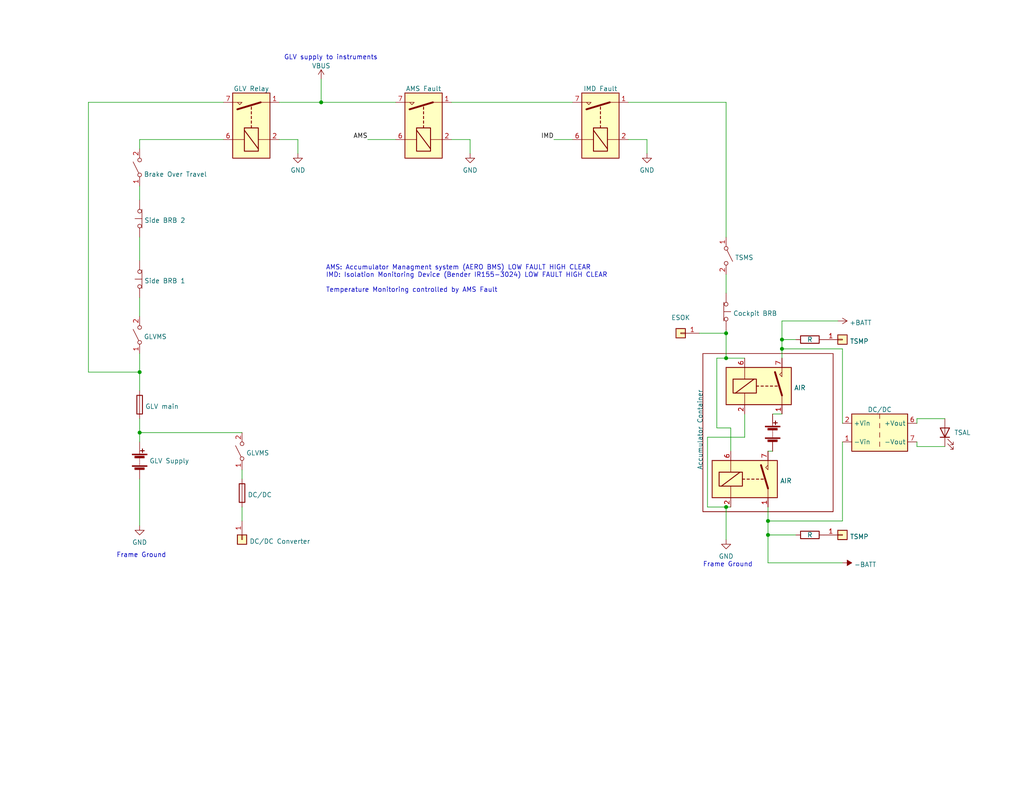
<source format=kicad_sch>
(kicad_sch (version 20230121) (generator eeschema)
  (paper "A")
  (lib_symbols
    (symbol "Connector_Generic:Conn_01x01" (pin_names (offset 1.016) hide)
      (property "Reference" "J" (at 0 2.54 0))
      (property "Value" "Conn_01x01" (at 0 -2.54 0))
      (symbol "Conn_01x01_1_1"
        (rectangle (start -1.27 0.127) (end 0 -0.127) (stroke (width 0.1524)))
        (rectangle (start -1.27 1.27) (end 1.27 -1.27) (stroke (width 0.254)) (fill (type background)))
        (pin passive line (at -5.08 0 0) (length 3.81) (name "Pin_1") (number "1"))
      )
    )
    (symbol "Converter_DCDC:ITX0512SA"
      (property "Reference" "PS" (at -7.62 6.35 0))
      (property "Value" "ITX0512SA" (at 1.27 6.35 0))
      (symbol "ITX0512SA_0_0"
        (pin power_in line (at -10.16 -2.54 0) (length 2.54) (name "-Vin") (number "1"))
        (pin power_in line (at -10.16 2.54 0) (length 2.54) (name "+Vin") (number "2"))
        (pin power_out line (at 10.16 2.54 180) (length 2.54) (name "+Vout") (number "6"))
        (pin power_out line (at 10.16 -2.54 180) (length 2.54) (name "-Vout") (number "7"))
        (pin no_connect line (at 7.62 0 180) (length 2.54) hide (name "NC") (number "8"))
      )
      (symbol "ITX0512SA_0_1"
        (rectangle (start -7.62 5.08) (end 7.62 -5.08) (stroke (width 0.254)) (fill (type background)))
        (polyline (pts (xy 0 -2.54) (xy 0 -3.81)))
        (polyline (pts (xy 0 0) (xy 0 -1.27)))
        (polyline (pts (xy 0 2.54) (xy 0 1.27)))
        (polyline (pts (xy 0 5.08) (xy 0 3.81)))
      )
    )
    (symbol "Device:Battery" (pin_numbers hide) (pin_names (offset 0) hide)
      (property "Reference" "BT" (at 2.54 2.54 0))
      (property "Value" "Battery" (at 2.54 0 0))
      (symbol "Battery_0_1"
        (rectangle (start -2.032 -1.397) (end 2.032 -1.651) (fill (type outline)))
        (rectangle (start -2.032 1.778) (end 2.032 1.524) (fill (type outline)))
        (rectangle (start -1.3208 -1.9812) (end 1.27 -2.4892) (fill (type outline)))
        (rectangle (start -1.3208 1.1938) (end 1.27 0.6858) (fill (type outline)))
        (polyline (pts (xy 0 -1.524) (xy 0 -1.27)))
        (polyline (pts (xy 0 -1.016) (xy 0 -0.762)))
        (polyline (pts (xy 0 -0.508) (xy 0 -0.254)))
        (polyline (pts (xy 0 0) (xy 0 0.254)))
        (polyline (pts (xy 0 0.508) (xy 0 0.762)))
        (polyline (pts (xy 0 1.778) (xy 0 2.54)))
        (polyline (pts (xy 0.254 2.667) (xy 1.27 2.667)) (stroke (width 0.254)))
        (polyline (pts (xy 0.762 3.175) (xy 0.762 2.159)) (stroke (width 0.254)))
      )
      (symbol "Battery_1_1"
        (pin passive line (at 0 5.08 270) (length 2.54) (name "+") (number "1"))
        (pin passive line (at 0 -5.08 90) (length 2.54) (name "-") (number "2"))
      )
    )
    (symbol "Device:Fuse" (pin_numbers hide) (pin_names (offset 0))
      (property "Reference" "F" (at 2.032 0 90))
      (property "Value" "Fuse" (at -1.905 0 90))
      (symbol "Fuse_0_1"
        (rectangle (start -0.762 -2.54) (end 0.762 2.54) (stroke (width 0.254)))
        (polyline (pts (xy 0 2.54) (xy 0 -2.54)))
      )
      (symbol "Fuse_1_1"
        (pin passive line (at 0 3.81 270) (length 1.27) (name "~") (number "1"))
        (pin passive line (at 0 -3.81 90) (length 1.27) (name "~") (number "2"))
      )
    )
    (symbol "Device:LED" (pin_numbers hide) (pin_names (offset 1.016) hide)
      (property "Reference" "D" (at 0 2.54 0))
      (property "Value" "LED" (at 0 -2.54 0))
      (symbol "LED_0_1"
        (polyline (pts (xy -1.27 -1.27) (xy -1.27 1.27)) (stroke (width 0.254)))
        (polyline (pts (xy -1.27 0) (xy 1.27 0)))
        (polyline (pts (xy 1.27 -1.27) (xy 1.27 1.27) (xy -1.27 0) (xy 1.27 -1.27)) (stroke (width 0.254)))
        (polyline (pts (xy -3.048 -0.762) (xy -4.572 -2.286) (xy -3.81 -2.286) (xy -4.572 -2.286) (xy -4.572 -1.524)))
        (polyline (pts (xy -1.778 -0.762) (xy -3.302 -2.286) (xy -2.54 -2.286) (xy -3.302 -2.286) (xy -3.302 -1.524)))
      )
      (symbol "LED_1_1"
        (pin passive line (at -3.81 0 0) (length 2.54) (name "K") (number "1"))
        (pin passive line (at 3.81 0 180) (length 2.54) (name "A") (number "2"))
      )
    )
    (symbol "Device:R" (pin_numbers hide) (pin_names (offset 0))
      (property "Reference" "R" (at 2.032 0 90))
      (property "Value" "R" (at 0 0 90))
      (symbol "R_0_1"
        (rectangle (start -1.016 -2.54) (end 1.016 2.54) (stroke (width 0.254)))
      )
      (symbol "R_1_1"
        (pin passive line (at 0 3.81 270) (length 1.27) (name "~") (number "1"))
        (pin passive line (at 0 -3.81 90) (length 1.27) (name "~") (number "2"))
      )
    )
    (symbol "Relay:DIPxx-1Axx-11x"
      (property "Reference" "K" (at 8.89 3.81 0))
      (property "Value" "DIPxx-1Axx-11x" (at 8.89 1.27 0))
      (symbol "DIPxx-1Axx-11x_0_0"
        (polyline (pts (xy 5.08 5.08) (xy 5.08 2.54) (xy 4.445 3.175) (xy 5.08 3.81)))
      )
      (symbol "DIPxx-1Axx-11x_0_1"
        (rectangle (start -10.16 5.08) (end 7.62 -5.08) (stroke (width 0.254)) (fill (type background)))
        (rectangle (start -8.255 1.905) (end -1.905 -1.905) (stroke (width 0.254)))
        (polyline (pts (xy -7.62 -1.905) (xy -2.54 1.905)) (stroke (width 0.254)))
        (polyline (pts (xy -5.08 -5.08) (xy -5.08 -1.905)))
        (polyline (pts (xy -5.08 5.08) (xy -5.08 1.905)))
        (polyline (pts (xy -1.905 0) (xy -1.27 0)) (stroke (width 0.254)))
        (polyline (pts (xy -0.635 0) (xy 0 0)) (stroke (width 0.254)))
        (polyline (pts (xy 0.635 0) (xy 1.27 0)) (stroke (width 0.254)))
        (polyline (pts (xy 1.905 0) (xy 2.54 0)) (stroke (width 0.254)))
        (polyline (pts (xy 3.175 0) (xy 3.81 0)) (stroke (width 0.254)))
        (polyline (pts (xy 5.08 -2.54) (xy 3.175 3.81)) (stroke (width 0.508)))
        (polyline (pts (xy 5.08 -2.54) (xy 5.08 -5.08)))
      )
      (symbol "DIPxx-1Axx-11x_1_1"
        (pin passive line (at 5.08 -7.62 90) (length 2.54) (name "~") (number "1"))
        (pin passive line (at 5.08 -7.62 90) (length 2.54) hide (name "~") (number "14"))
        (pin passive line (at -5.08 -7.62 90) (length 2.54) (name "~") (number "2"))
        (pin passive line (at -5.08 7.62 270) (length 2.54) (name "~") (number "6"))
        (pin passive line (at 5.08 7.62 270) (length 2.54) (name "~") (number "7"))
        (pin passive line (at 5.08 7.62 270) (length 2.54) hide (name "~") (number "8"))
      )
    )
    (symbol "Switch:SW_Push_Open" (pin_numbers hide) (pin_names (offset 1.016) hide)
      (property "Reference" "SW" (at 0 2.54 0))
      (property "Value" "SW_Push_Open" (at 0 -1.905 0))
      (symbol "SW_Push_Open_0_1"
        (circle (center -2.032 0) (radius 0.508))
        (polyline (pts (xy -2.54 -0.635) (xy 2.54 -0.635)))
        (polyline (pts (xy 0 -0.635) (xy 0 1.27)))
        (circle (center 2.032 0) (radius 0.508))
        (pin passive line (at -5.08 0 0) (length 2.54) (name "A") (number "1"))
      )
      (symbol "SW_Push_Open_1_1"
        (pin passive line (at 5.08 0 180) (length 2.54) (name "B") (number "2"))
      )
    )
    (symbol "Switch:SW_SPST" (pin_names (offset 0) hide)
      (property "Reference" "SW" (at 0 3.175 0))
      (property "Value" "SW_SPST" (at 0 -2.54 0))
      (symbol "SW_SPST_0_0"
        (circle (center -2.032 0) (radius 0.508))
        (polyline (pts (xy -1.524 0.254) (xy 1.524 1.778)))
        (circle (center 2.032 0) (radius 0.508))
      )
      (symbol "SW_SPST_1_1"
        (pin passive line (at -5.08 0 0) (length 2.54) (name "A") (number "1"))
        (pin passive line (at 5.08 0 180) (length 2.54) (name "B") (number "2"))
      )
    )
    (symbol "power:+BATT" (power) (pin_names (offset 0))
      (property "Value" "+BATT" (at 0 3.556 0))
      (symbol "+BATT_0_1"
        (polyline (pts (xy -0.762 1.27) (xy 0 2.54)))
        (polyline (pts (xy 0 0) (xy 0 2.54)))
        (polyline (pts (xy 0 2.54) (xy 0.762 1.27)))
      )
      (symbol "+BATT_1_1"
        (pin power_in line (at 0 0 90) (length 0) hide (name "+BATT") (number "1"))
      )
    )
    (symbol "power:-BATT" (power) (pin_names (offset 0))
      (property "Value" "-BATT" (at 0 3.556 0))
      (symbol "-BATT_0_1"
        (polyline (pts (xy 0 0) (xy 0 2.54)))
        (polyline (pts (xy 0.762 1.27) (xy -0.762 1.27) (xy 0 2.54) (xy 0.762 1.27)) (fill (type outline)))
      )
      (symbol "-BATT_1_1"
        (pin power_in line (at 0 0 90) (length 0) hide (name "-BATT") (number "1"))
      )
    )
    (symbol "power:GND" (power) (pin_names (offset 0))
      (property "Value" "GND" (at 0 -3.81 0))
      (symbol "GND_0_1"
        (polyline (pts (xy 0 0) (xy 0 -1.27) (xy 1.27 -1.27) (xy 0 -2.54) (xy -1.27 -1.27) (xy 0 -1.27)))
      )
      (symbol "GND_1_1"
        (pin power_in line (at 0 0 270) (length 0) hide (name "GND") (number "1"))
      )
    )
    (symbol "power:VBUS" (power) (pin_names (offset 0))
      (property "Value" "VBUS" (at 0 3.81 0))
      (symbol "VBUS_0_1"
        (polyline (pts (xy -0.762 1.27) (xy 0 2.54)))
        (polyline (pts (xy 0 0) (xy 0 2.54)))
        (polyline (pts (xy 0 2.54) (xy 0.762 1.27)))
      )
      (symbol "VBUS_1_1"
        (pin power_in line (at 0 0 90) (length 0) hide (name "VBUS") (number "1"))
      )
    )
  )
  (junction (at 38.1 118.11))
  (junction (at 209.55 146.05))
  (junction (at 213.36 92.71))
  (junction (at 209.55 142.24))
  (junction (at 198.12 90.9828))
  (junction (at 213.36 95.25))
  (junction (at 87.63 27.94))
  (junction (at 198.12 97.79))
  (junction (at 198.12 138.43))
  (junction (at 38.1 101.6))
  (wire (pts (xy 76.2 38.1) (xy 81.28 38.1)))
  (wire (pts (xy 250.19 121.92) (xy 257.81 121.92)))
  (wire (pts (xy 171.45 27.94) (xy 198.12 27.94)))
  (wire (pts (xy 38.1 38.1) (xy 38.1 40.64)))
  (wire (pts (xy 195.58 116.84) (xy 195.58 97.79)))
  (wire (pts (xy 199.39 116.84) (xy 195.58 116.84)))
  (wire (pts (xy 250.19 115.57) (xy 250.19 114.3)))
  (wire (pts (xy 38.1 114.3) (xy 38.1 118.11)))
  (wire (pts (xy 213.36 92.71) (xy 217.17 92.71)))
  (wire (pts (xy 198.12 138.43) (xy 198.12 147.32)))
  (wire (pts (xy 199.39 123.19) (xy 199.39 116.84)))
  (wire (pts (xy 250.19 114.3) (xy 257.81 114.3)))
  (wire (pts (xy 250.19 120.65) (xy 250.19 121.92)))
  (wire (pts (xy 198.12 138.43) (xy 199.39 138.43)))
  (wire (pts (xy 87.63 21.59) (xy 87.63 27.94)))
  (wire (pts (xy 123.19 38.1) (xy 128.27 38.1)))
  (wire (pts (xy 229.87 153.67) (xy 209.55 153.67)))
  (wire (pts (xy 213.36 95.25) (xy 213.36 97.79)))
  (wire (pts (xy 81.28 38.1) (xy 81.28 41.91)))
  (wire (pts (xy 38.1 130.81) (xy 38.1 143.51)))
  (wire (pts (xy 209.55 138.43) (xy 209.55 142.24)))
  (wire (pts (xy 209.55 153.67) (xy 209.55 146.05)))
  (wire (pts (xy 209.55 146.05) (xy 217.17 146.05)))
  (wire (pts (xy 38.1 50.8) (xy 38.1 54.61)))
  (wire (pts (xy 203.2 113.03) (xy 203.2 119.38)))
  (wire (pts (xy 193.04 119.38) (xy 193.04 138.43)))
  (wire (pts (xy 123.19 27.94) (xy 156.21 27.94)))
  (wire (pts (xy 60.96 38.1) (xy 38.1 38.1)))
  (wire (pts (xy 228.6 87.63) (xy 213.36 87.63)))
  (wire (pts (xy 198.12 90.9828) (xy 198.12 97.79)))
  (wire (pts (xy 229.87 115.57) (xy 229.87 95.25)))
  (wire (pts (xy 100.33 38.1) (xy 107.95 38.1)))
  (wire (pts (xy 151.13 38.1) (xy 156.21 38.1)))
  (wire (pts (xy 198.12 27.94) (xy 198.12 64.77)))
  (wire (pts (xy 193.04 138.43) (xy 198.12 138.43)))
  (wire (pts (xy 190.8048 90.9828) (xy 198.12 90.9828)))
  (wire (pts (xy 66.04 118.11) (xy 38.1 118.11)))
  (wire (pts (xy 38.1 64.77) (xy 38.1 71.12)))
  (wire (pts (xy 66.04 128.27) (xy 66.04 130.81)))
  (wire (pts (xy 210.82 113.03) (xy 213.36 113.03)))
  (wire (pts (xy 198.12 97.79) (xy 203.2 97.79)))
  (wire (pts (xy 176.53 38.1) (xy 176.53 41.91)))
  (wire (pts (xy 24.13 27.94) (xy 24.13 101.6)))
  (wire (pts (xy 38.1 81.28) (xy 38.1 86.36)))
  (wire (pts (xy 213.36 95.25) (xy 213.36 92.71)))
  (wire (pts (xy 229.87 95.25) (xy 213.36 95.25)))
  (wire (pts (xy 87.63 27.94) (xy 107.95 27.94)))
  (wire (pts (xy 198.12 90.17) (xy 198.12 90.9828)))
  (wire (pts (xy 38.1 118.11) (xy 38.1 120.65)))
  (wire (pts (xy 229.87 120.65) (xy 229.87 142.24)))
  (wire (pts (xy 198.12 74.93) (xy 198.12 80.01)))
  (wire (pts (xy 203.2 119.38) (xy 193.04 119.38)))
  (wire (pts (xy 24.13 101.6) (xy 38.1 101.6)))
  (wire (pts (xy 128.27 38.1) (xy 128.27 41.91)))
  (wire (pts (xy 213.36 87.63) (xy 213.36 92.71)))
  (wire (pts (xy 76.2 27.94) (xy 87.63 27.94)))
  (wire (pts (xy 171.45 38.1) (xy 176.53 38.1)))
  (wire (pts (xy 38.1 96.52) (xy 38.1 101.6)))
  (wire (pts (xy 195.58 97.79) (xy 198.12 97.79)))
  (wire (pts (xy 38.1 101.6) (xy 38.1 106.68)))
  (wire (pts (xy 209.55 123.19) (xy 210.82 123.19)))
  (wire (pts (xy 229.87 142.24) (xy 209.55 142.24)))
  (wire (pts (xy 24.13 27.94) (xy 60.96 27.94)))
  (wire (pts (xy 209.55 142.24) (xy 209.55 146.05)))
  (wire (pts (xy 66.04 138.43) (xy 66.04 142.24)))
  (text "Frame Ground\n" (at 31.75 152.4 0) (effects (font (size 1.27 1.27)) (justify left bottom)))
  (text "AMS: Accumulator Managment system (AERO BMS) LOW FAULT HIGH CLEAR\nIMD: Isolation Monitoring Device (Bender IR155-3024) LOW FAULT HIGH CLEAR\n\nTemperature Monitoring controlled by AMS Fault\n" (at 88.9 80.01 0) (effects (font (size 1.27 1.27)) (justify left bottom)))
  (text "GLV supply to instruments\n" (at 77.47 16.51 0) (effects (font (size 1.27 1.27)) (justify left bottom)))
  (text "Frame Ground\n" (at 191.77 154.94 0) (effects (font (size 1.27 1.27)) (justify left bottom)))
  (label "IMD" (at 151.13 38.1 180))
  (label "AMS" (at 100.33 38.1 180))
  (symbol (lib_id "power:-BATT") (at 229.87 153.67 270) (unit 1)
    (property "Reference" "#PWR?" (effects hide))
    (property "Value" "-BATT" (at 233.045 154.149 90) (effects (justify left)))
  )
  (symbol (lib_id "Relay:DIPxx-1Axx-11x") (at 204.47 130.81 0) (unit 1)
    (property "Reference" "K?" (effects hide))
    (property "Value" "AIR" (at 212.852 131.289 0) (effects (justify left)))
    (property "Footprint" "Relay_THT:Relay_StandexMeder_DIP_LowProfile" (effects hide))
    (property "Datasheet" "https://standexelectronics.com/wp-content/uploads/datasheet_reed_relay_DIP.pdf" (effects hide))
  )
  (symbol (lib_id "Device:Battery") (at 38.1 125.73 0) (unit 1)
    (property "Reference" "BT?" (effects hide))
    (property "Value" "GLV Supply" (at 40.767 125.828 0) (effects (justify left)))
  )
  (symbol (lib_id "power:GND") (at 81.28 41.91 0) (unit 1)
    (property "Reference" "#PWR?" (effects hide))
    (property "Value" "GND" (at 81.28 46.4725 0))
  )
  (symbol (lib_id "Relay:DIPxx-1Axx-11x") (at 68.58 33.02 90) (unit 1)
    (property "Reference" "K?" (effects hide))
    (property "Value" "GLV Relay" (at 68.58 24.2085 90))
    (property "Footprint" "Relay_THT:Relay_StandexMeder_DIP_LowProfile" (effects hide))
    (property "Datasheet" "https://standexelectronics.com/wp-content/uploads/datasheet_reed_relay_DIP.pdf" (effects hide))
  )
  (symbol (lib_id "power:VBUS") (at 87.63 21.59 0) (unit 1)
    (property "Reference" "#PWR?" (effects hide))
    (property "Value" "VBUS" (at 87.63 17.9855 0))
  )
  (symbol (lib_id "Relay:DIPxx-1Axx-11x") (at 208.28 105.41 0) (unit 1)
    (property "Reference" "K?" (effects hide))
    (property "Value" "AIR" (at 216.662 105.889 0) (effects (justify left)))
    (property "Footprint" "Relay_THT:Relay_StandexMeder_DIP_LowProfile" (effects hide))
    (property "Datasheet" "https://standexelectronics.com/wp-content/uploads/datasheet_reed_relay_DIP.pdf" (effects hide))
  )
  (symbol (lib_id "Device:Fuse") (at 66.04 134.62 0) (unit 1)
    (property "Reference" "F?" (effects hide))
    (property "Value" "DC/DC " (at 67.564 135.099 0) (effects (justify left)))
  )
  (symbol (lib_id "Relay:DIPxx-1Axx-11x") (at 115.57 33.02 90) (unit 1)
    (property "Reference" "K?" (effects hide))
    (property "Value" "AMS Fault" (at 115.57 24.2085 90))
    (property "Footprint" "Relay_THT:Relay_StandexMeder_DIP_LowProfile" (effects hide))
    (property "Datasheet" "https://standexelectronics.com/wp-content/uploads/datasheet_reed_relay_DIP.pdf" (effects hide))
  )
  (symbol (lib_id "power:GND") (at 176.53 41.91 0) (unit 1)
    (property "Reference" "#PWR?" (effects hide))
    (property "Value" "GND" (at 176.53 46.4725 0))
  )
  (symbol (lib_id "Connector_Generic:Conn_01x01") (at 229.87 92.71 0) (unit 1)
    (property "Reference" "J?" (effects hide))
    (property "Value" "TSMP" (at 231.902 93.189 0) (effects (justify left)))
  )
  (symbol (lib_id "Switch:SW_Push_Open") (at 198.12 85.09 270) (unit 1)
    (property "Reference" "SW?" (effects hide))
    (property "Value" "Cockpit BRB" (at 200.025 85.569 90) (effects (justify left)))
  )
  (symbol (lib_id "Device:Fuse") (at 38.1 110.49 0) (unit 1)
    (property "Reference" "F?" (effects hide))
    (property "Value" "GLV main" (at 39.624 110.969 0) (effects (justify left)))
  )
  (symbol (lib_id "Connector_Generic:Conn_01x01") (at 229.87 146.05 0) (unit 1)
    (property "Reference" "J?" (effects hide))
    (property "Value" "TSMP" (at 231.902 146.529 0) (effects (justify left)))
  )
  (symbol (lib_id "Switch:SW_SPST") (at 66.04 123.19 90) (unit 1)
    (property "Reference" "SW?" (effects hide))
    (property "Value" "GLVMS" (at 67.183 123.669 90) (effects (justify right)))
  )
  (symbol (lib_id "Connector_Generic:Conn_01x01") (at 66.04 147.32 270) (unit 1)
    (property "Reference" "J?" (effects hide))
    (property "Value" "DC/DC Converter" (at 68.072 147.799 90) (effects (justify left)))
  )
  (symbol (lib_id "Switch:SW_SPST") (at 38.1 45.72 90) (unit 1)
    (property "Reference" "SW?" (effects hide))
    (property "Value" "Brake Over Travel" (at 39.243 47.5866 90) (effects (justify right)))
  )
  (symbol (lib_id "Switch:SW_SPST") (at 38.1 91.44 90) (unit 1)
    (property "Reference" "SW?" (effects hide))
    (property "Value" "GLVMS" (at 39.243 91.919 90) (effects (justify right)))
  )
  (symbol (lib_id "Device:Battery") (at 210.82 118.11 0) (unit 1)
    (property "Reference" "BT?" (effects hide))
    (property "Value" "Battery" (effects hide))
  )
  (symbol (lib_id "Device:LED") (at 257.81 118.11 90) (unit 1)
    (property "Reference" "D?" (effects hide))
    (property "Value" "TSAL" (at 260.35 118.11 90) (effects (justify right)))
  )
  (symbol (lib_id "Connector_Generic:Conn_01x01") (at 185.7248 90.9828 180) (unit 1)
    (property "Reference" "J?" (effects hide))
    (property "Value" "ESOK" (at 185.7248 86.7156 0))
  )
  (symbol (lib_id "Switch:SW_SPST") (at 198.12 69.85 270) (unit 1)
    (property "Reference" "SW?" (effects hide))
    (property "Value" "TSMS" (at 200.533 70.329 90) (effects (justify left)))
  )
  (symbol (lib_id "Relay:DIPxx-1Axx-11x") (at 163.83 33.02 90) (unit 1)
    (property "Reference" "K?" (effects hide))
    (property "Value" "IMD Fault" (at 163.83 24.2085 90))
    (property "Footprint" "Relay_THT:Relay_StandexMeder_DIP_LowProfile" (effects hide))
    (property "Datasheet" "https://standexelectronics.com/wp-content/uploads/datasheet_reed_relay_DIP.pdf" (effects hide))
  )
  (symbol (lib_id "power:GND") (at 38.1 143.51 0) (unit 1)
    (property "Reference" "#PWR?" (effects hide))
    (property "Value" "GND" (at 38.1 148.0725 0))
  )
  (symbol (lib_id "power:GND") (at 198.12 147.32 0) (unit 1)
    (property "Reference" "#PWR?" (effects hide))
    (property "Value" "GND" (at 198.12 151.8825 0))
  )
  (symbol (lib_id "Switch:SW_Push_Open") (at 38.1 76.2 90) (unit 1)
    (property "Reference" "SW?" (effects hide))
    (property "Value" "Side BRB 1" (at 39.37 76.679 90) (effects (justify right)))
  )
  (symbol (lib_id "power:+BATT") (at 228.6 87.63 270) (unit 1)
    (property "Reference" "#PWR?" (effects hide))
    (property "Value" "+BATT" (at 231.775 88.109 90) (effects (justify left)))
  )
  (symbol (lib_id "Device:R") (at 220.98 146.05 90) (unit 1)
    (property "Reference" "R?" (effects hide))
    (property "Value" "R" (at 220.98 146.05 90))
  )
  (symbol (lib_id "Converter_DCDC:ITX0512SA") (at 240.03 118.11 0) (unit 1)
    (property "Reference" "PS?" (effects hide))
    (property "Value" "DC/DC" (at 240.03 111.8386 0))
    (property "Footprint" "Converter_DCDC:Converter_DCDC_XP_POWER-ITXxxxxSA_THT" (effects hide))
    (property "Datasheet" "https://www.xppower.com/pdfs/SF_ITX.pdf" (effects hide))
  )
  (symbol (lib_id "Device:R") (at 220.98 92.71 90) (unit 1)
    (property "Reference" "R?" (effects hide))
    (property "Value" "R" (at 220.98 92.71 90))
  )
  (symbol (lib_id "power:GND") (at 128.27 41.91 0) (unit 1)
    (property "Reference" "#PWR?" (effects hide))
    (property "Value" "GND" (at 128.27 46.4725 0))
  )
  (symbol (lib_id "Switch:SW_Push_Open") (at 38.1 59.69 90) (unit 1)
    (property "Reference" "SW?" (effects hide))
    (property "Value" "Side BRB 2" (at 39.37 60.169 90) (effects (justify right)))
  )
  (sheet (at 191.77 96.52) (size 35.56 43.18) (stroke (width 0.1524))
    (property "Sheetname" "Accumulator Container" (at 191.77 128.27 90) (effects (justify left bottom)))
    (property "Sheetfile" "Accumulator_Container.kicad_sch" (effects hide))
  )
)
</source>
